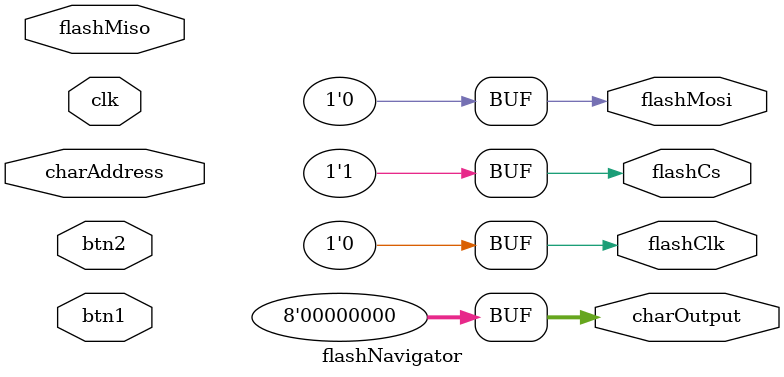
<source format=v>
module flashNavigator
#(
  parameter STARTUP_WAIT = 32'd10000000
)
(
    //clk - the 27Mhz main clock signal.
    // flashClk - the SPI clock for the flash IC.
    // flashMiso - the SPI data in from the flash to the tang nano.
    // flashMosi - the SPI data out from the tang nano to flash.
    // flashCs - the SPI chip select, active low.
    // charAddress - the current char to display to the screen (used to interface with the text engine).
    // charOutput - the character in ASCII format that we want to be displayed at charAddress.
    // btn1 / btn2 - the two buttons on the tang nano board.

    input clk,
    output reg flashClk = 0,
    input flashMiso,
    output reg flashMosi = 0,
    output reg flashCs = 1,
    input [5:0] charAddress,
    output reg [7:0] charOutput = 0,
    input btn1,
    input btn2
);
 

endmodule


</source>
